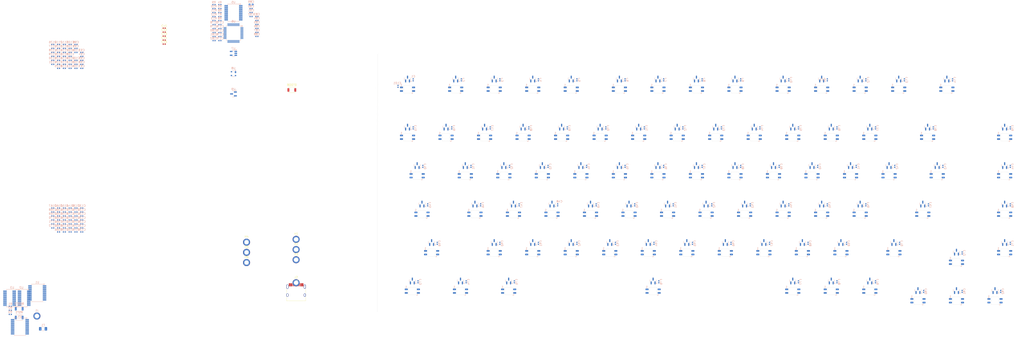
<source format=kicad_pcb>
(kicad_pcb (version 20240108) (generator "pcbnew") (generator_version "8.0")
  (layers (0 "F.Cu" signal) (31 "B.Cu" signal) (34 "B.Paste" user) (35 "F.Paste" user) (36 "B.SilkS" user "B.Silkscreen") (37 "F.SilkS" user "F.Silkscreen") (38 "B.Mask" user) (39 "F.Mask" user) (44 "Edge.Cuts" user))
  (net 0 "")
  (net 1 "+3V3")
  (net 2 "BOOT0")
  (net 3 "+5V")
  (net 4 "GND")
  (net 5 "NRST")
  (net 6 "COM")
  (net 7 "COM1")
  (net 8 "COM2")
  (net 9 "COM3")
  (net 10 "COM4")
  (net 11 "VBUS")
  (net 12 "D-")
  (net 13 "D+")
  (net 16 "LED_IN")
  (net 173 "Net-(U5-COM)")
  (net 254 "/B14")
  (net 255 "/A0")
  (net 256 "/A10")
  (net 257 "E4")
  (net 258 "S3")
  (net 259 "S0")
  (net 260 "/A9")
  (net 261 "LED0")
  (net 262 "/F0")
  (net 263 "/C15")
  (net 264 "E")
  (net 265 "S1")
  (net 266 "/F1")
  (net 267 "E2")
  (net 268 "E1")
  (net 269 "S2")
  (net 270 "/A15")
  (net 271 "E3")
  (net 272 "/B11")
  (net 273 "/C13")
  (net 274 "/C14")
  (net 275 "/B13")
  (net 276 "/B12")
  (net 277 "/B15")
  (net 278 "/B10")
  (net 297 "Net-(J3-CC2)")
  (net 298 "Net-(J3-CC1)")
  (net 307 "Net-(U1-COM)")
  (net 308 "Net-(U2-COM)")
  (net 309 "Net-(U3-COM)")
  (net 310 "Net-(U4-COM)")
  (footprint "KB_MX_Analog:MX-Analog-1U" (layer "F.Cu") (at 104.775 80.9625)
    (property "Reference" "SW33")
    (property "Value" "DRV5053")
  )
  (footprint "KB_Switch_Misc:MX-LED_WS2812B_wide" (layer "F.Cu") (at 119.0625 38.1)
    (property "Reference" "LED5" (hide yes))
    (property "Value" "WS2812B")
    (fp_rect (start -1.9 3.175) (end 1.9 6.9) (stroke (width 0.05)) (fill none) (layer "Edge.Cuts"))
  )
  (footprint "KB_MX_Analog:MX-Analog-1U" (layer "F.Cu") (at 190.5 61.9125)
    (property "Reference" "SW23")
    (property "Value" "DRV5053")
  )
  (footprint "KB_Switch_Misc:MX-LED_WS2812B_wide" (layer "F.Cu") (at 185.7375 100.0125)
    (property "Reference" "LED52" (hide yes))
    (property "Value" "WS2812B")
    (fp_rect (start -1.9 3.175) (end 1.9 6.9) (stroke (width 0.05)) (fill none) (layer "Edge.Cuts"))
  )
  (footprint "KB_MX_Analog:MX-Analog-1U" (layer "F.Cu") (at 233.3625 119.0625)
    (property "Reference" "SW68")
    (property "Value" "DRV5053")
  )
  (footprint "KB_Switch_Misc:MX-LED_WS2812B_wide" (layer "F.Cu") (at 171.45 61.9125)
    (property "Reference" "LED22" (hide yes))
    (property "Value" "WS2812B")
    (fp_rect (start -1.9 3.175) (end 1.9 6.9) (stroke (width 0.05)) (fill none) (layer "Edge.Cuts"))
  )
  (footprint "KB_Switch_Misc:MX-LED_WS2812B_wide" (layer "F.Cu") (at 233.3625 119.0625)
    (property "Reference" "LED68" (hide yes))
    (property "Value" "WS2812B")
    (fp_rect (start -1.9 3.175) (end 1.9 6.9) (stroke (width 0.05)) (fill none) (layer "Edge.Cuts"))
  )
  (footprint "KB_MX_Analog:MX-Analog-1U" (layer "F.Cu") (at 171.45 61.9125)
    (property "Reference" "SW22")
    (property "Value" "DRV5053")
  )
  (footprint "KB_MX_Analog:MX-Analog-1U" (layer "F.Cu") (at 76.2 61.9125)
    (property "Reference" "SW17")
    (property "Value" "DRV5053")
  )
  (footprint "KB_MX_Analog:MX-Analog-1U" (layer "F.Cu") (at 128.5875 100.0125)
    (property "Reference" "SW49")
    (property "Value" "DRV5053")
  )
  (footprint "KB_MX_Analog:MX-Analog-1U" (layer "F.Cu") (at 123.825 80.9625)
    (property "Reference" "SW34")
    (property "Value" "DRV5053")
  )
  (footprint "KB_MX_Analog:MX-Analog-1U" (layer "F.Cu") (at 100.0125 38.1)
    (property "Reference" "SW4")
    (property "Value" "DRV5053")
  )
  (footprint "KB_Switch_Misc:MX-LED_WS2812B_wide" (layer "F.Cu") (at 104.775 80.9625)
    (property "Reference" "LED33" (hide yes))
    (property "Value" "WS2812B")
    (fp_rect (start -1.9 3.175) (end 1.9 6.9) (stroke (width 0.05)) (fill none) (layer "Edge.Cuts"))
  )
  (footprint "KB_MX_Analog:MX-Analog-1U" (layer "F.Cu") (at 142.875 38.1)
    (property "Reference" "SW6")
    (property "Value" "DRV5053")
  )
  (footprint "KB_Switch_Misc:MX-LED_WS2812B_wide" (layer "F.Cu") (at 119.0625 119.0625)
    (property "Reference" "LED62" (hide yes))
    (property "Value" "WS2812B")
    (fp_rect (start -1.9 3.175) (end 1.9 6.9) (stroke (width 0.05)) (fill none) (layer "Edge.Cuts"))
  )
  (footprint "KB_Switch_Misc:MX-LED_WS2812B_wide" (layer "F.Cu") (at 85.725 80.9625)
    (property "Reference" "LED32" (hide yes))
    (property "Value" "WS2812B")
    (fp_rect (start -1.9 3.175) (end 1.9 6.9) (stroke (width 0.05)) (fill none) (layer "Edge.Cuts"))
  )
  (footprint "KB_MX_Analog:MX-Analog-1U" (layer "F.Cu") (at 328.6125 142.875)
    (property "Reference" "SW82")
    (property "Value" "DRV5053")
  )
  (footprint "KB_Switch_Misc:MX-LED_WS2812B_wide" (layer "F.Cu") (at 190.5 61.9125)
    (property "Reference" "LED23" (hide yes))
    (property "Value" "WS2812B")
    (fp_rect (start -1.9 3.175) (end 1.9 6.9) (stroke (width 0.05)) (fill none) (layer "Edge.Cuts"))
  )
  (footprint "KB_MX_Analog:MX-Analog-1U" (layer "F.Cu") (at 85.725 80.9625)
    (property "Reference" "SW32")
    (property "Value" "DRV5053")
  )
  (footprint "KB_Switch_Misc:MX-LED_WS2812B_wide" (layer "F.Cu") (at 333.375 61.9125)
    (property "Reference" "LED29" (hide yes))
    (property "Value" "WS2812B")
    (fp_rect (start -1.9 3.175) (end 1.9 6.9) (stroke (width 0.05)) (fill none) (layer "Edge.Cuts"))
  )
  (footprint "KB_MX_Analog:MX-Analog-1U" (layer "F.Cu") (at 152.4 61.9125)
    (property "Reference" "SW21")
    (property "Value" "DRV5053")
  )
  (footprint "KB_Switch_Misc:MX-LED_WS2812B_wide" (layer "F.Cu") (at 195.2625 119.0625)
    (property "Reference" "LED66" (hide yes))
    (property "Value" "WS2812B")
    (fp_rect (start -1.9 3.175) (end 1.9 6.9) (stroke (width 0.05)) (fill none) (layer "Edge.Cuts"))
  )
  (footprint "MountingHole:MountingHole_2.2mm_M2_ISO7380_Pad" (layer "F.Cu") (at -17 117.5)
    (property "Reference" "H1")
    (property "Value" "MountingHole")
  )
  (footprint "KB_MX_Analog:MX-Analog-1U" (layer "F.Cu") (at 333.375 119.0625)
    (property "Reference" "SW71")
    (property "Value" "DRV5053")
  )
  (footprint "KB_MX_Analog:MX-Analog-1U" (layer "F.Cu") (at 180.975 38.1)
    (property "Reference" "SW8")
    (property "Value" "DRV5053")
  )
  (footprint "KB_MX_Analog:MX-Analog-1.75U" (layer "F.Cu") (at 278.60625 119.0625)
    (property "Reference" "SW70")
    (property "Value" "DRV5053")
  )
  (footprint "KB_MX_Analog:MX-Analog-1.25U" (layer "F.Cu") (at 64.29375 138.1125)
    (property "Reference" "SW74")
    (property "Value" "DRV5053")
  )
  (footprint "KB_Switch_Misc:MX-LED_WS2812B_wide" (layer "F.Cu") (at 61.9125 38.1)
    (property "Reference" "LED2" (hide yes))
    (property "Value" "WS2812B")
    (fp_rect (start -1.9 3.175) (end 1.9 6.9) (stroke (width 0.05)) (fill none) (layer "Edge.Cuts"))
  )
  (footprint "KB_Switch_Misc:MX-LED_WS2812B_wide" (layer "F.Cu") (at 180.975 38.1)
    (property "Reference" "LED8" (hide yes))
    (property "Value" "WS2812B")
    (fp_rect (start -1.9 3.175) (end 1.9 6.9) (stroke (width 0.05)) (fill none) (layer "Edge.Cuts"))
  )
  (footprint "Capacitor_SMD:C_0402_1005Metric" (layer "F.Cu") (at -82.215 12.915)
    (property "Reference" "Cx1")
    (property "Value" "100nF")
  )
  (footprint "MountingHole:MountingHole_2.2mm_M2_ISO7380_Pad" (layer "F.Cu") (at -41.5 129)
    (property "Reference" "H6")
    (property "Value" "MountingHole")
  )
  (footprint "KB_MX_Analog:MX-Analog-1U" (layer "F.Cu") (at 38.1 38.1)
    (property "Reference" "SW1")
    (property "Value" "DRV5053")
  )
  (footprint "Capacitor_SMD:C_0402_1005Metric" (layer "F.Cu") (at -82.215 18.825)
    (property "Reference" "Cx4")
    (property "Value" "100nF")
  )
  (footprint "KB_Switch_Misc:MX-LED_WS2812B_wide" (layer "F.Cu") (at 276.225 80.9625)
    (property "Reference" "LED42" (hide yes))
    (property "Value" "WS2812B")
    (fp_rect (start -1.9 3.175) (end 1.9 6.9) (stroke (width 0.05)) (fill none) (layer "Edge.Cuts"))
  )
  (footprint "KB_Switch_Misc:MX-LED_WS2812B_wide" (layer "F.Cu") (at 200.025 38.1)
    (property "Reference" "LED9" (hide yes))
    (property "Value" "WS2812B")
    (fp_rect (start -1.9 3.175) (end 1.9 6.9) (stroke (width 0.05)) (fill none) (layer "Edge.Cuts"))
  )
  (footprint "KB_Switch_Misc:MX-LED_WS2812B_wide" (layer "F.Cu") (at 328.6125 142.875)
    (property "Reference" "LED82" (hide yes))
    (property "Value" "WS2812B")
    (fp_rect (start -1.9 3.175) (end 1.9 6.9) (stroke (width 0.05)) (fill none) (layer "Edge.Cuts"))
  )
  (footprint "KB_Switch_Misc:MX-LED_WS2812B_wide" (layer "F.Cu") (at 142.875 80.9625)
    (property "Reference" "LED35" (hide yes))
    (property "Value" "WS2812B")
    (fp_rect (start -1.9 3.175) (end 1.9 6.9) (stroke (width 0.05)) (fill none) (layer "Edge.Cuts"))
  )
  (footprint "KB_Switch_Misc:MX-LED_WS2812B_wide" (layer "F.Cu") (at 333.375 119.0625)
    (property "Reference" "LED71" (hide yes))
    (property "Value" "WS2812B")
    (fp_rect (start -1.9 3.175) (end 1.9 6.9) (stroke (width 0.05)) (fill none) (layer "Edge.Cuts"))
  )
  (footprint "KB_MX_Analog:MX-Analog-6.25U-ReversedStabilizers" (layer "F.Cu") (at 159.54375 138.1125)
    (property "Reference" "SW76")
    (property "Value" "DRV5053")
  )
  (footprint "KB_MX_Analog:MX-Analog-1U" (layer "F.Cu") (at 304.8 38.1)
    (property "Reference" "SW14")
    (property "Value" "DRV5053")
  )
  (footprint "KB_MX_Analog:MX-Analog-1.75U" (layer "F.Cu") (at 45.24375 100.0125)
    (property "Reference" "SW45")
    (property "Value" "DRV5053")
  )
  (footprint "KB_Switch_Misc:MX-LED_WS2812B_wide" (layer "F.Cu") (at 247.65 138.1125)
    (property "Reference" "LED78" (hide yes))
    (property "Value" "WS2812B")
    (fp_rect (start -1.9 3.175) (end 1.9 6.9) (stroke (width 0.05)) (fill none) (layer "Edge.Cuts"))
  )
  (footprint "KB_Switch_Misc:MX-LED_WS2812B_wide" (layer "F.Cu") (at 95.25 61.9125)
    (property "Reference" "LED18" (hide yes))
    (property "Value" "WS2812B")
    (fp_rect (start -1.9 3.175) (end 1.9 6.9) (stroke (width 0.05)) (fill none) (layer "Edge.Cuts"))
  )
  (footprint "KB_Switch_Misc:MX-LED_WS2812B_wide" (layer "F.Cu") (at 242.8875 38.1)
    (property "Reference" "LED11" (hide yes))
    (property "Value" "WS2812B")
    (fp_rect (start -1.9 3.175) (end 1.9 6.9) (stroke (width 0.05)) (fill none) (layer "Edge.Cuts"))
  )
  (footprint "Button_Switch_SMD:SW_SPST_B3U-1000P" (layer "F.Cu") (at -19.1 43.5)
    (property "Reference" "BOOT0")
    (property "Value" "SW_SPST")
  )
  (footprint "KB_MX_Analog:MX-Analog-1U" (layer "F.Cu") (at 209.55 61.9125)
    (property "Reference" "SW24")
    (property "Value" "DRV5053")
  )
  (footprint "KB_MX_Analog:MX-Analog-1U" (layer "F.Cu") (at 57.15 61.9125)
    (property "Reference" "SW16")
    (property "Value" "DRV5053")
  )
  (footprint "KB_Switch_Misc:MX-LED_WS2812B_wide" (layer "F.Cu") (at 80.9625 119.0625)
    (property "Reference" "LED60" (hide yes))
    (property "Value" "WS2812B")
    (fp_rect (start -1.9 3.175) (end 1.9 6.9) (stroke (width 0.05)) (fill none) (layer "Edge.Cuts"))
  )
  (footprint "MountingHole:MountingHole_2.2mm_M2_ISO7380_Pad" (layer "F.Cu") (at -17 139)
    (property "Reference" "J2")
    (property "Value" "Conn_01x02_Pin")
  )
  (footprint "KB_Switch_Misc:MX-LED_WS2812B_wide" (layer "F.Cu") (at 166.6875 100.0125)
    (property "Reference" "LED51" (hide yes))
    (property "Value" "WS2812B")
    (fp_rect (start -1.9 3.175) (end 1.9 6.9) (stroke (width 0.05)) (fill none) (layer "Edge.Cuts"))
  )
  (footprint "KB_MX_Analog:MX-Analog-1U" (layer "F.Cu") (at 333.375 61.9125)
    (property "Reference" "SW29")
    (property "Value" "DRV5053")
  )
  (footprint "KB_MX_Analog:MX-Analog-2U" (layer "F.Cu") (at 295.275 61.9125)
    (property "Reference" "SW28")
    (property "Value" "DRV5053")
  )
  (footprint "KB_Switch_Misc:MX-LED_WS2812B_wide" (layer "F.Cu") (at 223.8375 38.1)
    (property "Reference" "LED10" (hide yes))
    (property "Value" "WS2812B")
    (fp_rect (start -1.9 3.175) (end 1.9 6.9) (stroke (width 0.05)) (fill none) (layer "Edge.Cuts"))
  )
  (footprint "KB_MX_Analog:MX-Analog-1U" (layer "F.Cu") (at 266.7 138.1125)
    (property "Reference" "SW79")
    (property "Value" "DRV5053")
  )
  (footprint "KB_MX_Analog:MX-Analog-1U" (layer "F.Cu") (at 71.4375 100.0125)
    (property "Reference" "SW46")
    (property "Value" "DRV5053")
  )
  (footprint "KB_Switch_Misc:MX-LED_WS2812B_wide" (layer "F.Cu") (at 45.24375 100.0125)
    (property "Reference" "LED45" (hide yes))
    (property "Value" "WS2812B")
    (fp_rect (start -1.9 3.175) (end 1.9 6.9) (stroke (width 0.05)) (fill none) (layer "Edge.Cuts"))
  )
  (footprint "KB_MX_Analog:MX-Analog-1U" (layer "F.Cu") (at 261.9375 38.1)
    (property "Reference" "SW12")
    (property "Value" "DRV5053")
  )
  (footprint "KB_MX_Analog:MX-Analog-1U" (layer "F.Cu") (at 80.9625 119.0625)
    (property "Reference" "SW60")
    (property "Value" "DRV5053")
  )
  (footprint "KB_MX_Analog:MX-Analog-1U" (layer "F.Cu") (at 157.1625 119.0625)
    (property "Reference" "SW64")
    (property "Value" "DRV5053")
  )
  (footprint "KB_Switch_Misc:MX-LED_WS2812B_wide" (layer "F.Cu") (at 50.00625 119.0625)
    (property "Reference" "LED59" (hide yes))
    (property "Value" "WS2812B")
    (fp_rect (start -1.9 3.175) (end 1.9 6.9) (stroke (width 0.05)) (fill none) (layer "Edge.Cuts"))
  )
  (footprint "KB_Switch_Misc:MX-LED_WS2812B_wide" (layer "F.Cu") (at 280.9875 38.1)
    (property "Reference" "LED13" (hide yes))
    (property "Value" "WS2812B")
    (fp_rect (start -1.9 3.175) (end 1.9 6.9) (stroke (width 0.05)) (fill none) (layer "Edge.Cuts"))
  )
  (footprint "KB_MX_Analog:MX-Analog-1U" (layer "F.Cu") (at 161.925 80.9625)
    (property "Reference" "SW36")
    (property "Value" "DRV5053")
  )
  (footprint "KB_Switch_Misc:MX-LED_WS2812B_wide" (layer "F.Cu") (at 214.3125 119.0625)
    (property "Reference" "LED67" (hide yes))
    (property "Value" "WS2812B")
    (fp_rect (start -1.9 3.175) (end 1.9 6.9) (stroke (width 0.05)) (fill none) (layer "Edge.Cuts"))
  )
  (footprint "KB_Switch_Misc:MX-LED_WS2812B_wide" (layer "F.Cu") (at 309.5625 123.825)
    (property "Reference" "LED72" (hide yes))
    (property "Value" "WS2812B")
    (fp_rect (start -1.9 3.175) (end 1.9 6.9) (stroke (width 0.05)) (fill none) (layer "Edge.Cuts"))
  )
  (footprint "KB_Switch_Misc:MX-LED_WS2812B_wide" (layer "F.Cu") (at 309.5625 142.875)
    (property "Reference" "LED81" (hide yes))
    (property "Value" "WS2812B")
    (fp_rect (start -1.9 3.175) (end 1.9 6.9) (stroke (width 0.05)) (fill none) (layer "Edge.Cuts"))
  )
  (footprint "MountingHole:MountingHole_2.2mm_M2_ISO7380_Pad" (layer "F.Cu") (at -41.5 123.95)
    (property "Reference" "H5")
    (property "Value" "MountingHole")
  )
  (footprint "KB_MX_Analog:MX-Analog-1U" (layer "F.Cu") (at 119.0625 119.0625)
    (property "Reference" "SW62")
    (property "Value" "DRV5053")
  )
  (footprint "KB_Switch_Misc:MX-LED_WS2812B_wide" (layer "F.Cu") (at 76.2 61.9125)
    (property "Reference" "LED17" (hide yes))
    (property "Value" "WS2812B")
    (fp_rect (start -1.9 3.175) (end 1.9 6.9) (stroke (width 0.05)) (fill none) (layer "Edge.Cuts"))
  )
  (footprint "KB_Switch_Misc:MX-LED_WS2812B_wide" (layer "F.Cu") (at 290.5125 142.875)
    (property "Reference" "LED80" (hide yes))
    (property "Value" "WS2812B")
    (fp_rect (start -1.9 3.175) (end 1.9 6.9) (stroke (width 0.05)) (fill none) (layer "Edge.Cuts"))
  )
  (footprint "KB_Switch_Misc:MX-LED_WS2812B_wide" (layer "F.Cu") (at 66.675 80.9625)
    (property "Reference" "LED31" (hide yes))
    (property "Value" "WS2812B")
    (fp_rect (start -1.9 3.175) (end 1.9 6.9) (stroke (width 0.05)) (fill none) (layer "Edge.Cuts"))
  )
  (footprint "KB_MX_Analog:MX-Analog-1U" (layer "F.Cu") (at 133.35 61.9125)
    (property "Reference" "SW20")
    (property "Value" "DRV5053")
  )
  (footprint "KB_MX_Analog:MX-Analog-1U" (layer "F.Cu") (at 333.375 80.9625)
    (property "Reference" "SW44")
    (property "Value" "DRV5053")
  )
  (footprint "KB_MX_Analog:MX-Analog-1U" (layer "F.Cu") (at 114.3 61.9125)
    (property "Reference" "SW19")
    (property "Value" "DRV5053")
  )
  (footprint "KB_Switch_Misc:MX-LED_WS2812B_wide" (layer "F.Cu") (at 333.375 100.0125)
    (property "Reference" "LED58" (hide yes))
    (property "Value" "WS2812B")
    (fp_rect (start -1.9 3.175) (end 1.9 6.9) (stroke (width 0.05)) (fill none) (layer "Edge.Cuts"))
  )
  (footprint "Capacitor_SMD:C_0402_1005Metric" (layer "F.Cu") (at -82.215 20.795)
    (property "Reference" "Cx5")
    (property "Value" "100nF")
  )
  (footprint "KB_Switch_Misc:MX-LED_WS2812B_wide" (layer "F.Cu") (at 161.925 38.1)
    (property "Reference" "LED7" (hide yes))
    (property "Value" "WS2812B")
    (fp_rect (start -1.9 3.175) (end 1.9 6.9) (stroke (width 0.05)) (fill none) (layer "Edge.Cuts"))
  )
  (footprint "KB_Switch_Misc:MX-LED_WS2812B_wide" (layer "F.Cu") (at 278.60625 119.0625)
    (property "Reference" "LED70" (hide yes))
    (property "Value" "WS2812B")
    (fp_rect (start -1.9 3.175) (end 1.9 6.9) (stroke (width 0.05)) (fill none) (layer "Edge.Cuts"))
  )
  (footprint "KB_MX_Analog:MX-Analog-1U" (layer "F.Cu") (at 166.6875 100.0125)
    (property "Reference" "SW51")
    (property "Value" "DRV5053")
  )
  (footprint "KB_Switch_Misc:MX-LED_WS2812B_wide" (layer "F.Cu") (at 304.8 38.1)
    (property "Reference" "LED14" (hide yes))
    (property "Value" "WS2812B")
    (fp_rect (start -1.9 3.175) (end 1.9 6.9) (stroke (width 0.05)) (fill none) (layer "Edge.Cuts"))
  )
  (footprint "KB_MX_Analog:MX-Analog-1U" (layer "F.Cu") (at 309.5625 142.875)
    (property "Reference" "SW81")
    (property "Value" "DRV5053")
  )
  (footprint "KB_Switch_Misc:MX-LED_WS2812B_wide" (layer "F.Cu") (at 157.1625 119.0625)
    (property "Reference" "LED64" (hide yes))
    (property "Value" "WS2812B")
    (fp_rect (start -1.9 3.175) (end 1.9 6.9) (stroke (width 0.05)) (fill none) (layer "Edge.Cuts"))
  )
  (footprint "KB_Switch_Misc:MX-LED_WS2812B_wide" (layer "F.Cu") (at 38.1 38.1)
    (property "Reference" "LED1" (hide yes))
    (property "Value" "WS2812B")
    (fp_rect (start -1.9 3.175) (end 1.9 6.9) (stroke (width 0.05)) (fill none) (layer "Edge.Cuts"))
  )
  (footprint "KB_Switch_Misc:MX-LED_WS2812B_wide" (layer "F.Cu") (at 266.7 138.1125)
    (property "Reference" "LED79" (hide yes))
    (property "Value" "WS2812B")
    (fp_rect (start -1.9 3.175) (end 1.9 6.9) (stroke (width 0.05)) (fill none) (layer "Edge.Cuts"))
  )
  (footprint "KB_Switch_Misc:MX-LED_WS2812B_wide" (layer "F.Cu") (at 123.825 80.9625)
    (property "Reference" "LED34" (hide yes))
    (property "Value" "WS2812B")
    (fp_rect (start -1.9 3.175) (end 1.9 6.9) (stroke (width 0.05)) (fill none) (layer "Edge.Cuts"))
  )
  (footprint "Capacitor_SMD:C_0402_1005Metric" (layer "F.Cu") (at -82.215 16.855)
    (property "Reference" "Cx3")
    (property "Value" "100nF")
  )
  (footprint "KB_Switch_Misc:MX-LED_WS2812B_wide" (layer "F.Cu") (at 333.375 80.9625)
    (property "Reference" "LED44" (hide yes))
    (property "Value" "WS2812B")
    (fp_rect (start -1.9 3.175) (end 1.9 6.9) (stroke (width 0.05)) (fill none) (layer "Edge.Cuts"))
  )
  (footprint "KB_MX_Analog:MX-Analog-1U" (layer "F.Cu") (at 204.7875 100.0125)
    (property "Reference" "SW53")
    (property "Value" "DRV5053")
  )
  (footprint "KB_Switch_Misc:MX-LED_WS2812B_wide" (layer "F.Cu") (at 266.7 61.9125)
    (property "Reference" "LED27" (hide yes))
    (property "Value" "WS2812B")
    (fp_rect (start -1.9 3.175) (end 1.9 6.9) (stroke (width 0.05)) (fill none) (layer "Edge.Cuts"))
  )
  (footprint "KB_Switch_Misc:MX-LED_WS2812B_wide" (layer "F.Cu") (at 257.175 80.9625)
    (property "Reference" "LED41" (hide yes))
    (property "Value" "WS2812B")
    (fp_rect (start -1.9 3.175) (end 1.9 6.9) (stroke (width 0.05)) (fill none) (layer "Edge.Cuts"))
  )
  (footprint "KB_Switch_Misc:MX-LED_WS2812B_wide" (layer "F.Cu") (at 228.6 138.1125)
    (property "Reference" "LED77" (hide yes))
    (property "Value" "WS2812B")
    (fp_rect (start -1.9 3.175) (end 1.9 6.9) (stroke (width 0.05)) (fill none) (layer "Edge.Cuts"))
  )
  (footprint "KB_MX_Analog:MX-Analog-1U" (layer "F.Cu") (at 100.0125 119.0625)
    (property "Reference" "SW61")
    (property "Value" "DRV5053")
  )
  (footprint "KB_MX_Analog:MX-Analog-1U" (layer "F.Cu") (at 185.7375 100.0125)
    (property "Reference" "SW52")
    (property "Value" "DRV5053")
  )
  (footprint "KB_Switch_Misc:MX-LED_WS2812B_wide" (layer "F.Cu") (at 42.8625 80.9625)
    (property "Reference" "LED30" (hide yes))
    (property "Value" "WS2812B")
    (fp_rect (start -1.9 3.175) (end 1.9 6.9) (stroke (width 0.05)) (fill none) (layer "Edge.Cuts"))
  )
  (footprint "KB_MX_Analog:MX-Analog-1U" (layer "F.Cu") (at 176.2125 119.0625)
    (property "Reference" "SW65")
    (property "Value" "DRV5053")
  )
  (footprint "KB_Switch_Misc:MX-LED_WS2812B_wide" (layer "F.Cu") (at 128.5875 100.0125)
    (property "Reference" "LED49" (hide yes))
    (property "Value" "WS2812B")
    (fp_rect (start -1.9 3.175) (end 1.9 6.9) (stroke (width 0.05)) (fill none) (layer "Edge.Cuts"))
  )
  (footprint "KB_MX_Analog:MX-Analog-1U" (layer "F.Cu") (at 200.025 38.1)
    (property "Reference" "SW9")
    (property "Value" "DRV5053")
  )
  (footprint "KB_Switch_Misc:MX-LED_WS2812B_wide" (layer "F.Cu") (at 252.4125 119.0625)
    (property "Reference" "LED69" (hide yes))
    (property "Value" "WS2812B")
    (fp_rect (start -1.9 3.175) (end 1.9 6.9) (stroke (width 0.05)) (fill none) (layer "Edge.Cuts"))
  )
  (footprint "KB_MX_Analog:MX-Analog-1U" (layer "F.Cu") (at 214.3125 119.0625)
    (property "Reference" "SW67")
    (property "Value" "DRV5053")
  )
  (footprint "KB_MX_Analog:MX-Analog-1U" (layer "F.Cu") (at 261.9375 100.0125)
    (property "Reference" "SW56")
    (property "Value" "DRV5053")
  )
  (footprint "KB_MX_Analog:MX-Analog-1U" (layer "F.Cu") (at 252.4125 119.0625)
    (property "Reference" "SW69")
    (property "Value" "DRV5053")
  )
  (footprint "KB_MX_Analog:MX-Analog-1U" (layer "F.Cu") (at 80.9625 38.1)
    (property "Reference" "SW3")
    (property "Value" "DRV5053")
  )
  (footprint "KB_MX_Analog:MX-Analog-1.5U" (layer "F.Cu") (at 42.8625 80.9625)
    (property "Reference" "SW30")
    (property "Value" "DRV5053")
  )
  (footprint "KB_Switch_Misc:MX-LED_WS2812B_wide" (layer "F.Cu") (at 180.975 80.9625)
    (property "Reference" "LED37" (hide yes))
    (property "Value" "WS2812B")
    (fp_rect (start -1.9 3.175) (end 1.9 6.9) (stroke (width 0.05)) (fill none) (layer "Edge.Cuts"))
  )
  (footprint "KB_MX_Analog:MX-Analog-1U" (layer "F.Cu") (at 223.8375 100.0125)
    (property "Reference" "SW54")
    (property "Value" "DRV5053")
  )
  (footprint "KB_MX_Analog:MX-Analog-1U" (layer "F.Cu") (at 238.125 80.9625)
    (property "Reference" "SW40")
    (property "Value" "DRV5053")
  )
  (footprint "KB_MX_Analog:MX-Analog-1.25U" (layer "F.Cu") (at 40.48125 138.1125)
    (property "Reference" "SW73")
    (property "Value" "DRV5053")
  )
  (footprint "KB_MX_Analog:MX-Analog-1U" (layer "F.Cu") (at 228.6 61.9125)
    (property "Reference" "SW25")
    (property "Value" "DRV5053")
  )
  (footprint "KB_MX_Analog:MX-Analog-1U" (layer "F.Cu") (at 195.2625 119.0625)
    (property "Reference" "SW66")
    (property "Value" "DRV5053")
  )
  (footprint "KB_Switch_Misc:MX-LED_WS2812B_wide" (layer "F.Cu") (at 159.54375 138.1125)
    (property "Reference" "LED76" (hide yes))
    (property "Value" "WS2812B")
    (fp_rect (start -1.9 3.175) (end 1.9 6.9) (stroke (width 0.05)) (fill none) (layer "Edge.Cuts"))
  )
  (footprint "KB_MX_Analog:MX-Analog-1U" (layer "F.Cu") (at 38.1 61.9125)
    (property "Reference" "SW15")
    (property "Value" "DRV5053")
  )
  (footprint "KB_Switch_Misc:MX-LED_WS2812B_wide" (layer "F.Cu") (at 200.025 80.9625)
    (property "Reference" "LED38" (hide yes))
    (property "Value" "WS2812B")
    (fp_rect (start -1.9 3.175) (end 1.9 6.9) (stroke (width 0.05)) (fill none) (layer "Edge.Cuts"))
  )
  (footprint "KB_Switch_Misc:MX-LED_WS2812B_wide" (layer "F.Cu") (at 100.0125 119.0625)
    (property "Reference" "LED61" (hide yes))
    (property "Value" "WS2812B")
    (fp_rect (start -1.9 3.175) (end 1.9 6.9) (stroke (width 0.05)) (fill none) (layer "Edge.Cuts"))
  )
  (footprint "KB_MX_Analog:MX-Analog-1U" (layer "F.Cu") (at 247.65 138.1125)
    (property "Reference" "SW78")
    (property "Value" "DRV5053")
  )
  (footprint "KB_Switch_Misc:MX-LED_WS2812B_wide" (layer "F.Cu") (at 228.6 61.9125)
    (property "Reference" "LED25" (hide yes))
    (property "Value" "WS2812B")
    (fp_rect (start -1.9 3.175) (end 1.9 6.9) (stroke (width 0.05)) (fill none) (layer "Edge.Cuts"))
  )
  (footprint "KB_MX_Analog:MX-Analog-1U" (layer "F.Cu") (at 142.875 80.9625)
    (property "Reference" "SW35")
    (property "Value" "DRV5053")
  )
  (footprint "KB_MX_Analog:MX-Analog-1U" (layer "F.Cu") (at 119.0625 38.1)
    (property "Reference" "SW5")
    (property "Value" "DRV5053")
  )
  (footprint "MountingHole:MountingHole_2.2mm_M2_ISO7380_Pad" (layer "F.Cu") (at -17 127.6)
    (property "Reference" "H3")
    (property "Value" "MountingHole")
  )
  (footprint "KB_Switch_Misc:MX-LED_WS2812B_wide" (layer "F.Cu") (at 261.9375 100.0125)
    (property "Reference" "LED56" (hide yes))
    (property "Value" "WS2812B")
    (fp_rect (start -1.9 3.175) (end 1.9 6.9) (stroke (width 0.05)) (fill none) (layer "Edge.Cuts"))
  )
  (footprint "KB_Switch_Misc:MX-LED_WS2812B_wide" (layer "F.Cu") (at 109.5375 100.0125)
    (property "Reference" "LED48" (hide yes))
    (property "Value" "WS2812B")
    (fp_rect (start -1.9 3.175) (end 1.9 6.9) (stroke (width 0.05)) (fill none) (layer "Edge.Cuts"))
  )
  (footprint "KB_MX_Analog:MX-Analog-1U" (layer "F.Cu") (at 138.1125 119.0625)
    (property "Reference" "SW63")
    (property "Value" "DRV5053")
  )
  (footprint "KB_Switch_Misc:MX-LED_WS2812B_wide" (layer "F.Cu") (at 114.3 61.9125)
    (property "Reference" "LED19" (hide yes))
    (property "Value" "WS2812B")
    (fp_rect (start -1.9 3.175) (end 1.9 6.9) (stroke (width 0.05)) (fill none) (layer "Edge.Cuts"))
  )
  (footprint "KB_MX_Analog:MX-Analog-1U" (layer "F.Cu") (at 228.6 138.1125)
    (property "Reference" "SW77")
    (property "Value" "DRV5053")
  )
  (footprint "KB_MX_Analog:MX-Analog-1U" (layer "F.Cu") (at 66.675 80.9625)
    (property "Reference" "SW31")
    (property "Value" "DRV5053")
  )
  (footprint "KB_Switch_Misc:MX-LED_WS2812B_wide" (layer "F.Cu") (at 40.48125 138.1125)
    (property "Reference" "LED73" (hide yes))
    (property "Value" "WS2812B")
    (fp_rect (start -1.9 3.175) (end 1.9 6.9) (stroke (width 0.05)) (fill none) (layer "Edge.Cuts"))
  )
  (footprint "KB_Switch_Misc:MX-LED_WS2812B_wide" (layer "F.Cu") (at 80.9625 38.1)
    (property "Reference" "LED3" (hide yes))
    (property "Value" "WS2812B")
    (fp_rect (start -1.9 3.175) (end 1.9 6.9) (stroke (width 0.05)) (fill none) (layer "Edge.Cuts"))
  )
  (footprint "KB_Switch_Misc:MX-LED_WS2812B_wide" (layer "F.Cu") (at 152.4 61.9125)
    (property "Reference" "LED21" (hide yes))
    (property "Value" "WS2812B")
    (fp_rect (start -1.9 3.175) (end 1.9 6.9) (stroke (width 0.05)) (fill none) (layer "Edge.Cuts"))
  )
  (footprint "KB_Switch_Misc:MX-LED_WS2812B_wide" (layer "F.Cu") (at 90.4875 100.0125)
    (property "Reference" "LED47" (hide yes))
    (property "Value" "WS2812B")
    (fp_rect (start -1.9 3.175) (end 1.9 6.9) (stroke (width 0.05)) (fill none) (layer "Edge.Cuts"))
  )
  (footprint "KB_Switch_Misc:MX-LED_WS2812B_wide" (layer "F.Cu") (at 209.55 61.9125)
    (property "Reference" "LED24" (hide yes))
    (property "Value" "WS2812B")
    (fp_rect (start -1.9 3.175) (end 1.9 6.9) (stroke (width 0.05)) (fill none) (layer "Edge.Cuts"))
  )
  (footprint "KB_MX_Analog:MX-Analog-1U" (layer "F.Cu") (at 219.075 80.9625)
    (property "Reference" "SW39")
    (property "Value" "DRV5053")
  )
  (footprint "KB_Switch_Misc:MX-LED_WS2812B_wide" (layer "F.Cu") (at 38.1 61.9125)
    (property "Reference" "LED15" (hide yes))
    (property "Value" "WS2812B")
    (fp_rect (start -1.9 3.175) (end 1.9 6.9) (stroke (width 0.05)) (fill none) (layer "Edge.Cuts"))
  )
  (footprint "MountingHole:MountingHole_2.2mm_M2_ISO7380_Pad" (layer "F.Cu") (at -17 122.55)
    (property "Reference" "H2")
    (property "Value" "MountingHole")
  )
  (footprint "KB_Switch_Misc:MX-LED_WS2812B_wide" (layer "F.Cu") (at 261.9375 38.1)
    (property "Reference" "LED12" (hide yes))
    (property "Value" "WS2812B")
    (fp_rect (start -1.9 3.175) (end 1.9 6.9) (stroke (width 0.05)) (fill none) (layer "Edge.Cuts"))
  )
  (footprint "KB_Switch_Misc:MX-LED_WS2812B_wide" (layer "F.Cu") (at 295.275 61.9125)
    (property "Reference" "LED28" (hide yes))
    (property "Value" "WS2812B")
    (fp_rect (start -1.9 3.175) (end 1.9 6.9) (stroke (width 0.05)) (fill none) (layer "Edge.Cuts"))
  )
  (footprint "KB_MX_Analog:MX-Analog-1U" (layer "F.Cu") (at 200.025 80.9625)
    (property "Reference" "SW38")
    (property "Value" "DRV5053")
  )
  (footprint "KB_Switch_Misc:MX-LED_WS2812B_wide" (layer "F.Cu") (at 57.15 61.9125)
    (property "Reference" "LED16" (hide yes))
    (property "Value" "WS2812B")
    (fp_rect (start -1.9 3.175) (end 1.9 6.9) (stroke (width 0.05)) (fill none) (layer "Edge.Cuts"))
  )
  (footprint "KB_MX_Analog:MX-Analog-1U" (layer "F.Cu") (at 280.9875 38.1)
    (property "Reference" "SW13")
    (property "Value" "DRV5053")
  )
  (footprint "KB_Switch_Misc:MX-LED_WS2812B_wide" (layer "F.Cu") (at 138.1125 119.0625)
    (property "Reference" "LED63" (hide yes))
    (property "Value" "WS2812B")
    (fp_rect (start -1.9 3.175) (end 1.9 6.9) (stroke (width 0.05)) (fill none) (layer "Edge.Cuts"))
  )
  (footprint "Capacitor_SMD:C_0402_1005Metric" (layer "F.Cu") (at -82.215 14.885)
    (property "Reference" "Cx2")
    (property "Value" "100nF")
  )
  (footprint "KB_Switch_Misc:MX-LED_WS2812B_wide" (layer "F.Cu") (at 300.0375 80.9625)
    (property "Reference" "LED43" (hide yes))
    (property "Value" "WS2812B")
    (fp_rect (start -1.9 3.175) (end 1.9 6.9) (stroke (width 0.05)) (fill none) (layer "Edge.Cuts"))
  )
  (footprint "KB_MX_Analog:MX-Analog-2.25U" (layer "F.Cu") (at 50.00625 119.0625)
    (property "Reference" "SW59")
    (property "Value" "DRV5053")
  )
  (footprint "KB_Switch_Misc:MX-LED_WS2812B_wide" (layer "F.Cu") (at 292.89375 100.0125)
    (property "Reference" "LED57" (hide yes))
    (property "Value" "WS2812B")
    (fp_rect (start -1.9 3.175) (end 1.9 6.9) (stroke (width 0.05)) (fill none) (layer "Edge.Cuts"))
  )
  (footprint "KB_MX_Analog:MX-Analog-1U" (layer "F.Cu") (at 257.175 80.9625)
    (property "Reference" "SW41")
    (property "Value" "DRV5053")
  )
  (footprint "KB_Switch_Misc:MX-LED_WS2812B_wide" (layer "F.Cu") (at 161.925 80.9625)
    (property "Reference" "LED36" (hide yes))
    (property "Value" "WS2812B")
    (fp_rect (start -1.9 3.175) (end 1.9 6.9) (stroke (width 0.05)) (fill none) (layer "Edge.Cuts"))
  )
  (footprint "KB_MX_Analog:MX-Analog-2.25U" (layer "F.Cu") (at 292.89375 100.0125)
    (property "Reference" "SW57")
    (property "Value" "DRV5053")
  )
  (footprint "KB_MX_Analog:MX-Analog-1U" (layer "F.Cu") (at 147.6375 100.0125)
    (property "Reference" "SW50")
    (property "Value" "DRV5053")
  )
  (footprint "KB_Switch_Misc:MX-LED_WS2812B_wide" (layer "F.Cu") (at 71.4375 100.0125)
    (property "Reference" "LED46" (hide yes))
    (property "Value" "WS2812B")
    (fp_rect (start -1.9 3.175) (end 1.9 6.9) (stroke (width 0.05)) (fill none) (layer "Edge.Cuts"))
  )
  (footprint "KB_MX_Analog:MX-Analog-1U" (layer "F.Cu") (at 276.225 80.9625)
    (property "Reference" "SW42")
    (property "Value" "DRV5053")
  )
  (footprint "KB_Switch_Misc:MX-LED_WS2812B_wide" (layer "F.Cu") (at 142.875 38.1)
    (property "Reference" "LED6" (hide yes))
    (property "Value" "WS2812B")
    (fp_rect (start -1.9 3.175) (end 1.9 6.9) (stroke (width 0.05)) (fill none) (layer "Edge.Cuts"))
  )
  (footprint "KB_Switch_Misc:MX-LED_WS2812B_wide" (layer "F.Cu") (at 238.125 80.9625)
    (property "Reference" "LED40" (hide yes))
    (property "Value" "WS2812B")
    (fp_rect (start -1.9 3.175) (end 1.9 6.9) (stroke (width 0.05)) (fill none) (layer "Edge.Cuts"))
  )
  (footprint "KB_Switch_Misc:MX-LED_WS2812B_wide" (layer "F.Cu") (at 242.8875 100.0125)
    (property "Reference" "LED55" (hide yes))
    (property "Value" "WS2812B")
    (fp_rect (start -1.9 3.175) (end 1.9 6.9) (stroke (width 0.05)) (fill none) (layer "Edge.Cuts"))
  )
  (footprint "KB_Switch_Misc:MX-LED_WS2812B_wide" (layer "F.Cu") (at 64.29375 138.1125)
    (property "Reference" "LED74" (hide yes))
    (property "Value" "WS2812B")
    (fp_rect (start -1.9 3.175) (end 1.9 6.9) (stroke (width 0.05)) (fill none) (layer "Edge.Cuts"))
  )
  (footprint "KB_MX_Analog:MX-Analog-1.25U" (layer "F.Cu") (at 88.10625 138.1125)
    (property "Reference" "SW75")
    (property "Value" "DRV5053")
  )
  (footprint "KB_MX_Analog:MX-Analog-1U" (layer "F.Cu") (at 242.8875 38.1)
    (property "Reference" "SW11")
    (property "Value" "DRV5053")
  )
  (footprint "KB_MX_Analog:MX-Analog-1U" (layer "F.Cu") (at 90.4875 100.0125)
    (property "Reference" "SW47")
    (property "Value" "DRV5053")
  )
  (footprint "KB_MX_Analog:MX-Analog-1U" (layer "F.Cu") (at 180.975 80.9625)
    (property "Reference" "SW37")
    (property "Value" "DRV5053")
  )
  (footprint "KB_Switch_Misc:MX-LED_WS2812B_wide" (layer "F.Cu") (at 219.075 80.9625)
    (property "Reference" "LED39" (hide yes))
    (property "Value" "WS2812B")
    (fp_rect (start -1.9 3.175) (end 1.9 6.9) (stroke (width 0.05)) (fill none) (layer "Edge.Cuts"))
  )
  (footprint "KB_MX_Analog:MX-Analog-1U" (layer "F.Cu") (at 109.5375 100.0125)
    (property "Reference" "SW48")
    (property "Value" "DRV5053")
  )
  (footprint "KB_MX_Analog:MX-Analog-1U" (layer "F.Cu") (at 61.9125 38.1)
    (property "Reference" "SW2")
    (property "Value" "DRV5053")
  )
  (footprint "KB_Switch_Misc:MX-LED_WS2812B_wide" (layer "F.Cu") (at 147.6375 100.0125)
    (property "Reference" "LED50" (hide yes))
    (property "Value" "WS2812B")
    (fp_rect (start -1.9 3.175) (end 1.9 6.9) (stroke (width 0.05)) (fill none) (layer "Edge.Cuts"))
  )
  (footprint "KB_MX_Analog:MX-Analog-1U" (layer "F.Cu") (at 290.5125 142.875)
    (property "Reference" "SW80")
    (property "Value" "DRV5053")
  )
  (footprint "KB_Switch_Misc:MX-LED_WS2812B_wide" (layer "F.Cu") (at 133.35 61.9125)
    (property "Reference" "LED20" (hide yes))
    (property "Value" "WS2812B")
    (fp_rect (start -1.9 3.175) (end 1.9 6.9) (stroke (width 0.05)) (fill none) (layer "Edge.Cuts"))
  )
  (footprint "KB_MX_Analog:MX-Analog-1U" (layer "F.Cu") (at 161.925 38.1)
    (property "Reference" "SW7")
    (property "Value" "DRV5053")
  )
  (footprint "Connector_USB:USB_C_Receptacle_HRO_TYPE-C-31-M-12" (layer "F.Cu") (at -17 144.05)
    (property "Reference" "J3")
    (property "Value" "USB_C_Receptacle_USB2.0")
  )
  (footprint "KB_MX_Analog:MX-Analog-1U" (layer "F.Cu") (at 223.8375 38.1)
    (property "Reference" "SW10")
    (property "Value" "DRV5053")
  )
  (footprint "KB_Switch_Misc:MX-LED_WS2812B_wide" (layer "F.Cu") (at 88.10625 138.1125)
    (property "Reference" "LED75" (hide yes))
    (property "Value" "WS2812B")
    (fp_rect (start -1.9 3.175) (end 1.9 6.9) (stroke (width 0.05)) (fill none) (layer "Edge.Cuts"))
  )
  (footprint "KB_MX_Analog:MX-Analog-1U" (layer "F.Cu") (at 309.5625 123.825)
    (property "Reference" "SW72")
    (property "Value" "DRV5053")
  )
  (footprint "KB_Switch_Misc:MX-LED_WS2812B_wide" (layer "F.Cu") (at 100.0125 38.1)
    (property "Reference" "LED4" (hide yes))
    (property "Value" "WS2812B")
    (fp_rect (start -1.9 3.175) (end 1.9 6.9) (stroke (width 0.05)) (fill none) (layer "Edge.Cuts"))
  )
  (footprint "KB_Switch_Misc:MX-LED_WS2812B_wide" (layer "F.Cu") (at 247.65 61.9125)
    (property "Reference" "LED26" (hide yes))
    (property "Value" "WS2812B")
    (fp_rect (start -1.9 3.175) (end 1.9 6.9) (stroke (width 0.05)) (fill none) (layer "Edge.Cuts"))
  )
  (footprint "MountingHole:MountingHole_2.2mm_M2_ISO7380_Pad" (layer "F.Cu") (at -41.5 118.9)
    (property "Reference" "H4")
    (property "Value" "MountingHole")
  )
  (footprint "KB_Switch_Misc:MX-LED_WS2812B_wide" (layer "F.Cu") (at 176.2125 119.0625)
    (property "Reference" "LED65" (hide yes))
    (property "Value" "WS2812B")
    (fp_rect (start -1.9 3.175) (end 1.9 6.9) (stroke (width 0.05)) (fill none) (layer "Edge.Cuts"))
  )
  (footprint "KB_MX_Analog:MX-Analog-1U" (layer "F.Cu") (at 266.7 61.9125)
    (property "Reference" "SW27")
    (property "Value" "DRV5053")
  )
  (footprint "KB_Switch_Misc:MX-LED_WS2812B_wide" (layer "F.Cu") (at 204.7875 100.0125)
    (property "Reference" "LED53" (hide yes))
    (property "Value" "WS2812B")
    (fp_rect (start -1.9 3.175) (end 1.9 6.9) (stroke (width 0.05)) (fill none) (layer "Edge.Cuts"))
  )
  (footprint "KB_MX_Analog:MX-Analog-1U" (layer "F.Cu") (at 95.25 61.9125)
    (property "Reference" "SW18")
    (property "Value" "DRV5053")
  )
  (footprint "KB_MX_Analog:MX-Analog-1U" (layer "F.Cu") (at 242.8875 100.0125)
    (property "Reference" "SW55")
    (property "Value" "DRV5053")
  )
  (footprint "KB_MX_Analog:MX-Analog-1U" (layer "F.Cu") (at 247.65 61.9125)
    (property "Reference" "SW26")
    (property "Value" "DRV5053")
  )
  (footprint "KB_Switch_Misc:MX-LED_WS2812B_wide" (layer "F.Cu") (at 223.8375 100.0125)
    (property "Reference" "LED54" (hide yes))
    (property "Value" "WS2812B")
    (fp_rect (start -1.9 3.175) (end 1.9 6.9) (stroke (width 0.05)) (fill none) (layer "Edge.Cuts"))
  )
  (footprint "KB_MX_Analog:MX-Analog-1.5U" (layer "F.Cu") (at 300.0375 80.9625)
    (property "Reference" "SW43")
    (property "Value" "DRV5053")
  )
  (footprint "KB_MX_Analog:MX-Analog-1U" (layer "F.Cu") (at 333.375 100.0125)
    (property "Reference" "SW58")
    (property "Value" "DRV5053")
  )
  (footprint "Capacitor_SMD:C_0402_1005Metric" (layer "B.Cu") (at -128.7289 109.8861 180)
    (property "Reference" "C150")
    (property "Value" "100n")
  )
  (footprint "Capacitor_SMD:C_0402_1005Metric" (layer "B.Cu") (at 226.6375 100.4125 90)
    (property "Reference" "C54")
    (property "Value" "0,1u")
  )
  (footprint "Capacitor_SMD:C_0402_1005Metric" (layer "B.Cu") (at -128.7289 24.9261 180)
    (property "Reference" "C107")
    (property "Value" "100n")
  )
  (footprint "Capacitor_SMD:C_0402_1005Metric" (layer "B.Cu") (at -39.2589 7.1461 180)
    (property "Reference" "C92")
    (property "Value" "100nF")
  )
  (footprint "Package_SO:SSOP-24_5.3x8.2mm_P0.65mm" (layer "B.Cu") (at -153.59 160.775 180)
    (property "Reference" "U4")
    (property "Value" "CD74HC4067SM")
  )
  (footprint "Capacitor_SMD:C_0402_1005Metric" (layer "B.Cu") (at 59.95 62.3125 90)
    (property "Reference" "C16")
    (property "Value" "0,1u")
  )
  (footprint "Capacitor_SMD:C_0402_1005Metric" (layer "B.Cu") (at -131.5989 26.8961 180)
    (property "Reference" "C115")
    (property "Value" "100n")
  )
  (footprint "Capacitor_SMD:C_0402_1005Metric" (layer "B.Cu") (at 159.9625 119.4625 90)
    (property "Reference" "C64")
    (property "Value" "0,1u")
  )
  (footprint "Capacitor_SMD:C_0402_1005Metric" (layer "B.Cu") (at 169.4875 100.4125 90)
    (property "Reference" "C51")
    (property "Value" "0,1u")
  )
  (footprint "Capacitor_SMD:C_0402_1005Metric" (layer "B.Cu") (at -125.8589 109.8861 180)
    (property "Reference" "C143")
    (property "Value" "100n")
  )
  (footprint "Capacitor_SMD:C_0402_1005Metric" (layer "B.Cu") (at -128.7289 32.8061 180)
    (property "Reference" "C111")
    (property "Value" "100n")
  )
  (footprint "Capacitor_SMD:C_0402_1005Metric" (layer "B.Cu") (at 121.8625 119.4625 90)
    (property "Reference" "C62")
    (property "Value" "0,1u")
  )
  (footprint "Capacitor_SMD:C_0402_1005Metric" (layer "B.Cu") (at -134.4689 30.8361 180)
    (property "Reference" "C124")
    (property "Value" "100n")
  )
  (footprint "Capacitor_SMD:C_0402_1005Metric" (layer "B.Cu") (at 264.7375 38.5 90)
    (property "Reference" "C12")
    (property "Value" "0,1u")
  )
  (footprint "Capacitor_SMD:C_0402_1005Metric" (layer "B.Cu") (at 302.8375 81.3625 90)
    (property "Reference" "C43")
    (property "Value" "0,1u")
  )
  (footprint "Capacitor_SMD:C_0402_1005Metric" (layer "B.Cu") (at 183.775 38.5 90)
    (property "Reference" "C8")
    (property "Value" "0,1u")
  )
  (footprint "Resistor_SMD:R_0402_1005Metric" (layer "B.Cu") (at -158.32 150.67 180)
    (property "Reference" "R1")
    (property "Value" "10k")
  )
  (footprint "Package_TO_SOT_SMD:SOT-23-5" (layer "B.Cu") (at -47.9689 25.3761 180)
    (property "Reference" "U7")
    (property "Value" "SN74LV1T34DBV")
  )
  (footprint "Capacitor_SMD:C_0402_1005Metric" (layer "B.Cu") (at -122.9889 24.9261 180)
    (property "Reference" "C93")
    (property "Value" "100nF")
  )
  (footprint "Capacitor_SMD:C_0402_1005Metric" (layer "B.Cu") (at -128.7289 28.8661 180)
    (property "Reference" "C109")
    (property "Value" "100n")
  )
  (footprint "Capacitor_SMD:C_0402_1005Metric" (layer "B.Cu") (at 221.875 81.3625 90)
    (property "Reference" "C39")
    (property "Value" "0,1u")
  )
  (footprint "Capacitor_SMD:C_0402_1005Metric" (layer "B.Cu") (at -131.5989 28.8661 180)
    (property "Reference" "C116")
    (property "Value" "100n")
  )
  (footprint "Capacitor_SMD:C_0402_1005Metric" (layer "B.Cu") (at 188.5375 100.4125 90)
    (property "Reference" "C52")
    (property "Value" "0,1u")
  )
  (footprint "Capacitor_SMD:C_0402_1005Metric" (layer "B.Cu") (at 336.175 100.4125 90)
    (property "Reference" "C58")
    (property "Value" "0,1u")
  )
  (footprint "Capacitor_SMD:C_0402_1005Metric" (layer "B.Cu") (at -134.4689 109.8861 180)
    (property "Reference" "C164")
    (property "Value" "100n")
  )
  (footprint "Button_Switch_SMD:SW_SPST_B3U-1000P" (layer "B.Cu") (at -153.94 156.2 180)
    (property "Reference" "RST1")
    (property "Value" "SW_SPST")
  )
  (footprint "Resistor_SMD:R_0402_1005Metric" (layer "B.Cu") (at -57.6089 5.2261 180)
    (property "Reference" "R11")
    (property "Value" "5.1k")
  )
  (footprint "Capacitor_SMD:C_0402_1005Metric" (layer "B.Cu") (at -128.7289 20.9861 180)
    (property "Reference" "C105")
    (property "Value" "100n")
  )
  (footprint "Capacitor_SMD:C_0402_1005Metric" (layer "B.Cu") (at 40.9 38.5 90)
    (property "Reference" "C1")
    (property "Value" "0,1u")
  )
  (footprint "Capacitor_SMD:C_0402_1005Metric" (layer "B.Cu") (at -122.9889 30.8361 180)
    (property "Reference" "C96")
    (property "Value" "1uF")
  )
  (footprint "Capacitor_SMD:C_0402_1005Metric" (layer "B.Cu") (at -39.2589 5.1761 180)
    (property "Reference" "C91")
    (property "Value" "100nF")
  )
  (footprint "Capacitor_SMD:C_0402_1005Metric" (layer "B.Cu") (at 145.675 38.5 90)
    (property "Reference" "C6")
    (property "Value" "0,1u")
  )
  (footprint "Capacitor_SMD:C_0402_1005Metric" (layer "B.Cu") (at 140.9125 119.4625 90)
    (property "Reference" "C63")
    (property "Value" "0,1u")
  )
  (footprint "Capacitor_SMD:C_0402_1005Metric" (layer "B.Cu") (at -137.3389 111.8561 180)
    (property "Reference" "C172")
    (property "Value" "100n")
  )
  (footprint "Capacitor_SMD:C_0402_1005Metric" (layer "B.Cu") (at -134.4689 111.8561 180)
    (property "Reference" "C165")
    (property "Value" "100n")
  )
  (footprint "Capacitor_SMD:C_0402_1005Metric" (layer "B.Cu") (at 250.45 138.5125 90)
    (property "Reference" "C78")
    (property "Value" "0,1u")
  )
  (footprint "Capacitor_SMD:C_0402_1005Metric" (layer "B.Cu") (at -128.7289 30.8361 180)
    (property "Reference" "C110")
    (property "Value" "100n")
  )
  (footprint "Capacitor_SMD:C_0402_1005Metric" (layer "B.Cu") (at 93.2875 100.4125 90)
    (property "Reference" "C47")
    (property "Value" "0,1u")
  )
  (footprint "Resistor_SMD:R_0402_1005Metric" (layer "B.Cu") (at -57.6089 1.2461 180)
    (property "Reference" "R9")
    (property "Value" "10k")
  )
  (footprint "Capacitor_SMD:C_0402_1005Metric" (layer "B.Cu") (at 269.5 138.5125 90)
    (property "Reference" "C79")
    (property "Value" "0,1u")
  )
  (footprint "Capacitor_SMD:C_0402_1005Metric" (layer "B.Cu") (at 202.825 38.5 90)
    (property "Reference" "C9")
    (property "Value" "0,1u")
  )
  (footprint "Capacitor_SMD:C_0402_1005Metric" (layer "B.Cu") (at 52.80625 119.4625 90)
    (property "Reference" "C59")
    (property "Value" "0,1u")
  )
  (footprint "Capacitor_SMD:C_0402_1005Metric" (layer "B.Cu") (at -137.3389 107.9161 180)
    (property "Reference" "C170")
    (property "Value" "100n")
  )
  (footprint "Capacitor_SMD:C_0402_1005Metric" (layer "B.Cu") (at 207.5875 100.4125 90)
    (property "Reference" "C53")
    (property "Value" "0,1u")
  )
  (footprint "Capacitor_SMD:C_0402_1005Metric" (layer "B.Cu") (at -57.5489 19.0661 180)
    (property "Reference" "C182")
    (property "Value" "100n")
  )
  (footprint "Capacitor_SMD:C_0402_1005Metric" (layer "B.Cu") (at 145.675 81.3625 90)
    (property "Reference" "C35")
    (property "Value" "0,1u")
  )
  (footprint "Capacitor_SMD:C_0402_1005Metric" (layer "B.Cu") (at -57.5489 15.1261 180)
    (property "Reference" "C180")
    (property "Value" "100n")
  )
  (footprint "Resistor_SMD:R_0402_1005Metric" (layer "B.Cu") (at -54.6989 7.2161 180)
    (property "Reference" "R7")
    (property "Value" "10k")
  )
  (footprint "Capacitor_SMD:C_0402_1005Metric" (layer "B.Cu") (at -137.3389 103.9761 180)
    (property "Reference" "C168")
    (property "Value" "100n")
  )
  (footprint "Capacitor_SMD:C_0402_1005Metric" (layer "B.Cu") (at -131.5989 24.9261 180)
    (property "Reference" "C114")
    (property "Value" "100n")
  )
  (footprint "Capacitor_SMD:C_0402_1005Metric" (layer "B.Cu") (at -137.3389 102.0061 180)
    (property "Reference" "C167")
    (property "Value" "100n")
  )
  (footprint "Capacitor_SMD:C_0402_1005Metric" (layer "B.Cu") (at -128.7289 26.8961 180)
    (property "Reference" "C108")
    (property "Value" "100n")
  )
  (footprint "Capacitor_SMD:C_0402_1005Metric" (layer "B.Cu") (at 45.6625 81.3625 90)
    (property "Reference" "C30")
    (property "Value" "0,1u")
  )
  (footprint "Capacitor_SMD:C_0402_1005Metric" (layer "B.Cu") (at 98.05 62.3125 90)
    (property "Reference" "C18")
    (property "Value" "0,1u")
  )
  (footprint "Capacitor_SMD:C_0402_1005Metric" (layer "B.Cu") (at -125.8589 111.8561 180)
    (property "Reference" "C144")
    (property "Value" "100n")
  )
  (footprint "Capacitor_SMD:C_0402_1005Metric" (layer "B.Cu") (at 40.9 62.3125 90)
    (property "Reference" "C15")
    (property "Value" "0,1u")
  )
  (footprint "Capacitor_SMD:C_0402_1005Metric" (layer "B.Cu") (at 179.0125 119.4625 90)
    (property "Reference" "C65")
    (property "Value" "0,1u")
  )
  (footprint "Capacitor_SMD:C_0402_1005Metric" (layer "B.Cu") (at 33.4 41.72 90)
    (property "Reference" "C101")
    (property "Value" "100n")
  )
  (footprint "Button_Switch_SMD:SW_SPST_B3U-1000P" (layer "B.Cu") (at -153.94 151.85 180)
    (property "Reference" "BOOT1")
    (property "Value" "SW_SPST")
  )
  (footprint "Capacitor_SMD:C_0402_1005Metric" (layer "B.Cu") (at -54.6789 15.1261 180)
    (property "Reference" "C175")
    (property "Value" "100n")
  )
  (footprint "Capacitor_SMD:C_0402_1005Metric" (layer "B.Cu") (at -128.7289 113.8261 180)
    (property "Reference" "C152")
    (property "Value" "100n")
  )
  (footprint "Capacitor_SMD:C_0402_1005Metric" (layer "B.Cu") (at 298.075 62.3125 90)
    (property "Reference" "C28")
    (property "Value" "0,1u")
  )
  (footprint "Capacitor_SMD:C_0402_1005Metric" (layer "B.Cu") (at 295.69375 100.4125 90)
    (property "Reference" "C57")
    (property "Value" "0,1u")
  )
  (footprint "Capacitor_SMD:C_0402_1005Metric" (layer "B.Cu") (at -122.9889 32.8061 180)
    (property "Reference" "C97")
    (property "Value" "100nF")
  )
  (footprint "Capacitor_SMD:C_0402_1005Metric" (layer "B.Cu") (at -36.3889 16.9961 180)
    (property "Reference" "C88")
    (property "Value" "100nF")
  )
  (footprint "Capacitor_SMD:C_0402_1005Metric" (layer "B.Cu") (at 283.7875 38.5 90)
    (property "Reference" "C13")
    (property "Value" "0,1u")
  )
  (footprint "Capacitor_SMD:C_0402_1005Metric" (layer "B.Cu") (at 164.725 81.3625 90)
    (property "Reference" "C36")
    (property "Value" "0,1u")
  )
  (footprint "Capacitor_SMD:C_0402_1005Metric" (layer "B.Cu") (at -128.7289 103.9761 180)
    (property "Reference" "C147")
    (property "Value" "100n")
  )
  (footprint "Capacitor_SMD:C_0402_1005Metric" (layer "B.Cu") (at -36.3889 7.1461 180)
    (property "Reference" "C83")
    (property "Value" "10n")
  )
  (footprint "Capacitor_SMD:C_0402_1005Metric" (layer "B.Cu") (at 90.90625 138.5125 90)
    (property "Reference" "C75")
    (property "Value" "0,1u")
  )
  (footprint "Capacitor_SMD:C_0402_1005Metric" (layer "B.Cu") (at 269.5 62.3125 90)
    (property "Reference" "C27")
    (property "Value" "0,1u")
  )
  (footprint "Capacitor_SMD:C_0402_1005Metric" (layer "B.Cu") (at 117.1 62.3125 90)
    (property "Reference" "C19")
    (property "Value" "0,1u")
  )
  (footprint "Capacitor_SMD:C_0402_1005Metric" (layer "B.Cu") (at 336.175 119.4625 90)
    (property "Reference" "C71")
    (property "Value" "0,1u")
  )
  (footprint "Package_SO:SSOP-24_5.3x8.2mm_P0.65mm" (layer "B.Cu") (at -152.8 146.635 180)
    (property "Reference" "U2")
    (property "Value" "CD74HC4067SM")
  )
  (footprint "Package_TO_SOT_SMD:SOT-143" (layer "B.Cu") (at -47.9689 35.4261 180)
    (property "Reference" "U8")
    (property "Value" "PRTR5V0U2X")
  )
  (footprint "Capacitor_SMD:C_0402_1005Metric" (layer "B.Cu") (at 107.575 81.3625 90)
    (property "Reference" "C33")
    (property "Value" "0,1u")
  )
  (footprint "Capacitor_SMD:C_0402_1005Metric" (layer "B.Cu") (at 331.4125 143.275 90)
    (property "Reference" "C82")
    (property "Value" "0,1u")
  )
  (footprint "Capacitor_SMD:C_0402_1005Metric" (layer "B.Cu") (at -122.9889 26.8961 180)
    (property "Reference" "C94")
    (property "Value" "100nF")
  )
  (footprint "Capacitor_SMD:C_0402_1005Metric" (layer "B.Cu") (at 83.7625 38.5 90)
    (property "Reference" "C3")
    (property "Value" "0,1u")
  )
  (footprint "Capacitor_SMD:C_0402_1005Metric" (layer "B.Cu") (at -134.4689 22.9561 180)
    (property "Reference" "C120")
    (property "Value" "100n")
  )
  (footprint "Capacitor_SMD:C_0402_1005Metric" (layer "B.Cu") (at -134.4689 107.9161 180)
    (property "Reference" "C163")
    (property "Value" "100n")
  )
  (footprint "Capacitor_SMD:C_0402_1005Metric" (layer "B.Cu") (at 155.2 62.3125 90)
    (property "Reference" "C21")
    (property "Value" "0,1u")
  )
  (footprint "Resistor_SMD:R_0402_1005Metric" (layer "B.Cu") (at -57.6089 3.2361 180)
    (property "Reference" "R10")
    (property "Value" "10k")
  )
  (footprint "Capacitor_SMD:C_0402_1005Metric" (layer "B.Cu") (at -125.8589 30.8361 180)
    (property "Reference" "C103")
    (property "Value" "100n")
  )
  (footprint "Capacitor_SMD:C_0402_1005Metric" (layer "B.Cu") (at 79 62.3125 90)
    (property "Reference" "C17")
    (property "Value" "0,1u")
  )
  (footprint "Capacitor_SMD:C_0402_1005Metric" (layer "B.Cu") (at -36.3889 13.0561 180)
    (property "Reference" "C86")
    (property "Value" "10n")
  )
  (footprint "Capacitor_SMD:C_0402_1005Metric" (layer "B.Cu") (at -125.8589 107.9161 180)
    (property "Reference" "C142")
    (property "Value" "100n")
  )
  (footprint "Capacitor_SMD:C_0402_1005Metric" (layer "B.Cu") (at 136.15 62.3125 90)
    (property "Reference" "C20")
    (property "Value" "0,1u")
  )
  (footprint "Capacitor_SMD:C_0402_1005Metric" (layer "B.Cu") (at 245.6875 100.4125 90)
    (property "Reference" "C55")
    (property "Value" "0,1u")
  )
  (footprint "Capacitor_SMD:C_0402_1005Metric" (layer "B.Cu") (at -137.3389 30.8361 180)
    (property "Reference" "C131")
    (property "Value" "100n")
  )
  (footprint "Capacitor_SMD:C_0402_1005Metric" (layer "B.Cu") (at 212.35 62.3125 90)
    (property "Reference" "C24")
    (property "Value" "0,1u")
  )
  (footprint "Capacitor_SMD:C_0402_1005Metric" (layer "B.Cu") (at -137.3389 26.8961 180)
    (property "Reference" "C129")
    (property "Value" "100n")
  )
  (footprint "Capacitor_SMD:C_0402_1005Metric" (layer "B.Cu") (at 131.3875 100.4125 90)
    (property "Reference" "C49")
    (property "Value" "0,1u")
  )
  (footprint "Resistor_SMD:R_0402_1005Metric" (layer "B.Cu") (at -54.6989 5.2261 180)
    (property "Reference" "R6")
    (property "Value" "10k")
  )
  (footprint "Resistor_SMD:R_0402_1005Metric" (layer "B.Cu") (at -57.6089 9.2061 180)
    (property "Reference" "R13")
    (property "Value" "10k")
  )
  (footprint "Capacitor_SMD:C_0402_1005Metric" (layer "B.Cu") (at -137.3389 28.8661 180)
    (property "Reference" "C130")
    (property "Value" "100n")
  )
  (footprint "Capacitor_SMD:C_0402_1005Metric" (layer "B.Cu") (at 126.625 81.3625 90)
    (property "Reference" "C34")
    (property "Value" "0,1u")
  )
  (footprint "Capacitor_SMD:C_0402_1005Metric" (layer "B.Cu") (at 281.40625 119.4625 90)
    (property "Reference" "C70")
    (property "Value" "0,1u")
  )
  (footprint "Capacitor_SMD:C_0402_1005Metric" (layer "B.Cu") (at 193.3 62.3125 90)
    (property "Reference" "C23")
    (property "Value" "0,1u")
  )
  (footprint "Capacitor_SMD:C_0402_1005Metric" (layer "B.Cu") (at -125.8589 22.9561 180)
    (property "Reference" "C99")
    (property "Value" "0,1u")
  )
  (footprint "Package_TO_SOT_SMD:SOT-23" (layer "B.Cu") (at -47.9689 45.4761 180)
    (property "Reference" "U9")
    (property "Value" "XC6206P332MR-Regulator_Linear")
  )
  (footprint "MountingHole:MountingHole_2.2mm_M2_ISO7380_Pad" (layer "B.Cu") (at -145.17 155.47 180)
    (property "Reference" "J1")
    (property "Value" "Conn_01x02_Pin")
  )
  (footprint "Capacitor_SMD:C_0402_1005Metric" (layer "B.Cu") (at 236.1625 119.4625 90)
    (property "Reference" "C68")
    (property "Value" "0,1u")
  )
  (footprint "Capacitor_SMD:C_0402_1005Metric" (layer "B.Cu") (at -134.4689 32.8061 180)
    (property "Reference" "C125")
    (property "Value" "100n")
  )
  (footprint "Capacitor_SMD:C_0402_1005Metric" (layer "B.Cu") (at -125.8589 102.0061 180)
    (property "Reference" "C139")
    (property "Value" "100n")
  )
  (footprint "Capacitor_SMD:C_0402_1005Metric" (layer "B.Cu") (at -131.5989 109.8861 180)
    (property "Reference" "C157")
    (property "Value" "100n")
  )
  (footprint "Fuse:Fuse_1206_3216Metric" (layer "B.Cu") (at -142.13 161.79 180)
    (property "Reference" "F1")
    (property "Value" "500mA")
  )
  (footprint "Capacitor_SMD:C_0402_1005Metric" (layer "B.Cu") (at -125.8589 20.9861 180)
    (property "Reference" "C98")
    (property "Value" "0,1u")
  )
  (footprint "Capacitor_SMD:C_0402_1005Metric" (layer "B.Cu") (at 102.8125 38.5 90)
    (property "Reference" "C4")
    (property "Value" "0,1u")
  )
  (footprint "Capacitor_SMD:C_0402_1005Metric" (layer "B.Cu") (at -131.5989 32.8061 180)
    (property "Reference" "C118")
    (property "Value" "100n")
  )
  (footprint "Capacitor_SMD:C_0402_1005Metric" (layer "B.Cu") (at 255.2125 119.4625 90)
    (property "Reference" "C69")
    (property "Value" "0,1u")
  )
  (footprint "Capacitor_SMD:C_0402_1005Metric" (layer "B.Cu") (at -131.5989 107.9161 180)
    (property "Reference" "C156")
    (property "Value" "100n")
  )
  (footprint "Capacitor_SMD:C_0402_1005Metric" (layer "B.Cu") (at 67.09375 138.5125 90)
    (property "Reference" "C74")
    (property "Value" "0,1u")
  )
  (footprint "Capacitor_SMD:C_0402_1005Metric" (layer "B.Cu") (at -125.8589 32.8061 180)
    (property "Reference" "C104")
    (property "Value" "100n")
  )
  (footprint "Capacitor_SMD:C_0402_1005Metric" (layer "B.Cu") (at 48.04375 100.4125 90)
    (property "Reference" "C45")
    (property "Value" "0,1u")
  )
  (footprint "Capacitor_SMD:C_0402_1005Metric" (layer "B.Cu") (at 293.3125 143.275 90)
    (property "Reference" "C80")
    (property "Value" "0,1u")
  )
  (footprint "Capacitor_SMD:C_0402_1005Metric" (layer "B.Cu") (at -54.6789 17.0961 180)
    (property "Reference" "C176")
    (property "Value" "100n")
  )
  (footprint "Capacitor_SMD:C_0402_1005Metric" (layer "B.Cu") (at -122.9889 102.0061 180)
    (property "Reference" "C132")
    (property "Value" "100n")
  )
  (footprint "Capacitor_SMD:C_0402_1005Metric" (layer "B.Cu") (at 183.775 81.3625 90)
    (property "Reference" "C37")
    (property "Value" "0,1u")
  )
  (footprint "Capacitor_SMD:C_0402_1005Metric" (layer "B.Cu") (at -125.8589 103.9761 180)
    (property "Reference" "C140")
    (property "Value" "100n")
  )
  (footprint "Capacitor_SMD:C_0402_1005Metric" (layer "B.Cu") (at -122.9889 111.8561 180)
    (property "Reference" "C137")
    (property "Value" "100n")
  )
  (footprint "Capacitor_SMD:C_0402_1005Metric" (layer "B.Cu") (at -131.5989 22.9561 180)
    (property "Reference" "C113")
    (property "Value" "100n")
  )
  (footprint "Capacitor_SMD:C_0402_1005Metric" (layer "B.Cu") (at 217.1125 119.4625 90)
    (property "Reference" "C67")
    (property "Value" "0,1u")
  )
  (footprint "Capacitor_SMD:C_0402_1005Metric" (layer "B.Cu") (at 240.925 81.3625 90)
    (property "Reference" "C40")
    (property "Value" "0,1u")
  )
  (footprint "Capacitor_SMD:C_0402_1005Metric" (layer "B.Cu") (at -125.8589 105.9461 180)
    (property "Reference" "C141")
    (property "Value" "100n")
  )
  (footprint "Capacitor_SMD:C_0402_1005Metric" (layer "B.Cu") (at -122.9889 113.8261 180)
    (property "Reference" "C138")
    (property "Value" "100n")
  )
  (footprint "Resistor_SMD:R_0402_1005Metric" (layer "B.Cu") (at -54.6989 9.2061 180)
    (property "Reference" "R8")
    (property "Value" "10k")
  )
  (footprint "Capacitor_SMD:C_0402_1005Metric" (layer "B.Cu") (at -54.6789 19.0661 180)
    (property "Reference" "C177")
    (property "Value" "100n")
  )
  (footprint "Capacitor_SMD:C_0402_1005Metric" (layer "B.Cu") (at -128.7289 102.0061 180)
    (property "Reference" "C146")
    (property "Value" "100n")
  )
  (footprint "Capacitor_SMD:C_0402_1005Metric" (layer "B.Cu") (at 250.45 62.3125 90)
    (property "Reference" "C26")
    (property "Value" "0,1u")
  )
  (footprint "Resistor_SMD:R_0402_1005Metric" (layer "B.Cu") (at -54.6989 3.2361 180)
    (property "Reference" "R5")
    (property "Value" "10k")
  )
  (footprint "Capacitor_SMD:C_0402_1005Metric" (layer "B.Cu") (at -137.3389 20.9861 180)
    (property "Reference" "C126")
    (property "Value" "100n")
  )
  (footprint "Capacitor_SMD:C_0402_1005Metric" (layer "B.Cu") (at -134.4689 28.8661 180)
    (property "Reference" "C123")
    (property "Value" "100n")
  )
  (footprint "Capacitor_SMD:C_0402_1005Metric" (layer "B.Cu") (at -125.8589 24.9261 180)
    (property "Reference" "C100")
    (property "Value" "0,1u")
  )
  (footprint "Capacitor_SMD:C_0402_1005Metric" (layer "B.Cu") (at 312.3625 143.275 90)
    (property "Reference" "C81")
    (property "Value" "0,1u")
  )
  (footprint "Capacitor_SMD:C_0402_1005Metric" (layer "B.Cu") (at -122.9889 109.8861 180)
    (property "Reference" "C136")
    (property "Value" "100n")
  )
  (footprint "Capacitor_SMD:C_0402_1005Metric" (layer "B.Cu") (at -134.4689 24.9261 180)
    (property "Reference" "C121")
    (property "Value" "100n")
  )
  (footprint "Capacitor_SMD:C_0402_1005Metric" (layer "B.Cu") (at 336.175 62.3125 90)
    (property "Reference" "C29")
    (property "Value" "0,1u")
  )
  (footprint "Capacitor_SMD:C_0402_1005Metric" (layer "B.Cu") (at 259.975 81.3625 90)
    (property "Reference" "C41")
    (property "Value" "0,1u")
  )
  (footprint "Capacitor_SMD:C_0402_1005Metric" (layer "B.Cu") (at 231.4 62.3125 90)
    (property "Reference" "C25")
    (property "Value" "0,1u")
  )
  (footprint "Package_SO:SSOP-24_5.3x8.2mm_P0.65mm" (layer "B.Cu") (at -157.37 146.635 180)
    (property "Reference" "U3")
    (property "Value" "CD74HC4067SM")
  )
  (footprint "Capacitor_SMD:C_0402_1005Metric" (layer "B.Cu") (at 198.0625 119.4625 90)
    (property "Reference" "C66")
    (property "Value" "0,1u")
  )
  (footprint "Capacitor_SMD:C_0402_1005Metric" (layer "B.Cu") (at -54.6789 11.1861 180)
    (property "Reference" "C173")
    (property "Value" "100n")
  )
  (footprint "Resistor_SMD:R_0402_1005Metric" (layer "B.Cu") (at -57.6089 7.2161 180)
    (property "Reference" "R12")
    (property "Value" "5.1k")
  )
  (footprint "Capacitor_SMD:C_0402_1005Metric" (layer "B.Cu") (at -128.7289 107.9161 180)
    (property "Reference" "C149")
    (property "Value" "100n")
  )
  (footprint "Package_QFP:LQFP-48_7x7mm_P0.5mm" (layer "B.Cu") (at -47.9689 15.3261 180)
    (property "Reference" "U6")
    (property "Value" "STM32F072CBT6")
  )
  (footprint "Capacitor_SMD:C_0402_1005Metric" (layer "B.Cu") (at -122.9889 28.8661 180)
    (property "Reference" "C95")
    (property "Value" "1uF")
  )
  (footprint "Capacitor_SMD:C_0402_1005Metric" (layer "B.Cu") (at 43.28125 138.5125 90)
    (property "Reference" "C73")
    (property "Value" "0,1u")
  )
  (footprint "Capacitor_SMD:C_0402_1005Metric" (layer "B.Cu") (at -134.4689 102.0061 180)
    (property "Reference" "C160")
    (property "Value" "100n")
  )
  (footprint "Capacitor_SMD:C_0402_1005Metric" (layer "B.Cu") (at -137.3389 105.9461 180)
    (property "Reference" "C169")
    (property "Value" "100n")
  )
  (footprint "Capacitor_SMD:C_0402_1005Metric" (layer "B.Cu") (at -57.5489 13.1561 180)
    (property "Reference" "C179")
    (property "Value" "100n")
  )
  (footprint "Capacitor_SMD:C_0402_1005Metric" (layer "B.Cu") (at -137.3389 22.9561 180)
    (property "Reference" "C127")
    (property "Value" "100n")
  )
  (footprint "Capacitor_SMD:C_0402_1005Metric" (layer "B.Cu") (at -128.7289 111.8561 180)
    (property "Reference" "C151")
    (property "Value" "100n")
  )
  (footprint "Capacitor_SMD:C_0402_1005Metric" (layer "B.Cu") (at 174.25 62.3125 90)
    (property "Reference" "C22")
    (property "Value" "0,1u")
  )
  (footprint "Capacitor_SMD:C_0402_1005Metric" (layer "B.Cu") (at 121.8625 38.5 90)
    (property "Reference" "C5")
    (property "Value" "0,1u")
  )
  (footprint "Capacitor_SMD:C_0603_1608Metric" (layer "B.Cu") (at -39.2589 1.2361 180)
    (property "Reference" "C89")
    (property "Value" "10uF")
  )
  (footprint "Capacitor_SMD:C_0402_1005Metric" (layer "B.Cu") (at -125.8589 113.8261 180)
    (property "Reference" "C145")
    (property "Value" "100n")
  )
  (footprint "Capacitor_SMD:C_0402_1005Metric" (layer "B.Cu") (at 102.8125 119.4625 90)
    (property "Reference" "C61")
    (property "Value" "0,1u")
  )
  (footprint "Capacitor_SMD:C_0402_1005Metric" (layer "B.Cu") (at 279.025 81.3625 90)
    (property "Reference" "C42")
    (property "Value" "0,1u")
  )
  (footprint "Capacitor_SMD:C_0402_1005Metric" (layer "B.Cu") (at 83.7625 119.4625 90)
    (property "Reference" "C60")
    (property "Value" "0,1u")
  )
  (footprint "Capacitor_SMD:C_0402_1005Metric" (layer "B.Cu") (at -125.8589 28.8661 180)
    (property "Reference" "C102")
    (property "Value" "100n")
  )
  (footprint "Capacitor_SMD:C_0402_1005Metric" (layer "B.Cu") (at -128.7289 22.9561 180)
    (property "Reference" "C106")
    (property "Value" "100n")
  )
  (footprint "Capacitor_SMD:C_0402_1005Metric" (layer "B.Cu") (at 231.4 138.5125 90)
    (property "Reference" "C77")
    (property "Value" "0,1u")
  )
  (footprint "Capacitor_SMD:C_0402_1005Metric" (layer "B.Cu") (at -131.5989 30.8361 180)
    (property "Reference" "C117")
    (property "Value" "100n")
  )
  (footprint "Capacitor_SMD:C_0402_1005Metric" (layer "B.Cu") (at -134.4689 105.9461 180)
    (property "Reference" "C162")
    (property "Value" "100n")
  )
  (footprint "Capacitor_SMD:C_0402_1005Metric" (layer "B.Cu") (at 336.175 81.3625 90)
    (property "Reference" "C44")
    (property "Value" "0,1u")
  )
  (footprint "Capacitor_SMD:C_0402_1005Metric" (layer "B.Cu") (at -131.5989 113.8261 180)
    (property "Reference" "C159")
    (property "Value" "100n")
  )
  (footprint "Capacitor_SMD:C_0402_1005Metric" (layer "B.Cu") (at 312.3625 124.225 90)
    (property "Reference" "C72")
    (property "Value" "0,1u")
  )
  (footprint "Capacitor_SMD:C_0402_1005Metric" (layer "B.Cu") (at -36.3889 15.0261 180)
    (property "Reference" "C87")
    (property "Value" "10n")
  )
  (footprint "Capacitor_SMD:C_0402_1005Metric" (layer "B.Cu") (at -137.3389 24.9261 180)
    (property "Reference" "C128")
    (property "Value" "100n")
  )
  (footprint "Capacitor_SMD:C_0402_1005Metric" (layer "B.Cu") (at -122.9889 103.9761 180)
    (property "Reference" "C133")
    (property "Value" "100n")
  )
  (footprint "Resistor_SMD:R_0402_1005Metric" (layer "B.Cu") (at -158.32 154.65 180)
    (property "Reference" "R3")
    (property "Value" "10k")
  )
  (footprint "Capacitor_SMD:C_0402_1005Metric" (layer "B.Cu") (at 112.3375 100.4125 90)
    (property "Reference" "C48")
    (property "Value" "0,1u")
  )
  (footprint "Capacitor_SMD:C_0402_1005Metric" (layer "B.Cu") (at 245.6875 38.5 90)
    (property "Reference" "C11")
    (property "Value" "0,1u")
  )
  (footprint "Capacitor_SMD:C_0402_1005Metric" (layer "B.Cu") (at 307.6 38.5 90)
    (property "Reference" "C14")
    (property "Value" "0,1u")
  )
  (footprint "Capacitor_SMD:C_0402_1005Metric" (layer "B.Cu") (at -131.5989 111.8561 180)
    (property "Reference" "C158")
    (property "Value" "100n")
  )
  (footprint "Capacitor_SMD:C_0402_1005Metric" (layer "B.Cu") (at 88.525 81.3625 90)
    (property "Reference" "C32")
    (property "Value" "0,1u")
  )
  (footprint "Package_SO:SSOP-24_5.3x8.2mm_P0.65mm" (layer "B.Cu") (at -145 144 180)
    (property "Reference" "U1")
    (property "Value" "CD74HC4067SM")
  )
  (footprint "Capacitor_SMD:C_0402_1005Metric" (layer "B.Cu") (at -57.5489 17.0961 180)
    (property "Reference" "C181")
    (property "Value" "100n")
  )
  (footprint "Capacitor_SMD:C_0402_1005Metric" (layer "B.Cu") (at -134.4689 20.9861 180)
    (property "Reference" "C119")
    (property "Value" "100n")
  )
  (footprint "Capacitor_SMD:C_0402_1005Metric" (layer "B.Cu") (at -57.5489 11.1861 180)
    (property "Reference" "C178")
    (property "Value" "100n")
  )
  (footprint "Capacitor_SMD:C_0402_1005Metric" (layer "B.Cu") (at 202.825 81.3625 90)
    (property "Reference" "C38")
    (property "Value" "0,1u")
  )
  (footprint "Capacitor_SMD:C_0402_1005Metric" (layer "B.Cu") (at -131.5989 105.9461 180)
    (property "Reference" "C155")
    (property "Value" "100n")
  )
  (footprint "Capacitor_SMD:C_0402_1005Metric" (layer "B.Cu") (at -122.9889 105.9461 180)
    (property "Reference" "C134")
    (property "Value" "100n")
  )
  (footprint "Capacitor_SMD:C_0402_1005Metric" (layer "B.Cu") (at -122.9889 107.9161 180)
    (property "Reference" "C135")
    (property "Value" "100n")
  )
  (footprint "Capacitor_SMD:C_0402_1005Metric" (layer "B.Cu") (at 162.34375 138.5125 90)
    (property "Reference" "C76")
    (property "Value" "0,1u")
  )
  (footprint "Capacitor_SMD:C_0402_1005Metric" (layer "B.Cu") (at -36.3889 11.0861 180)
    (property "Reference" "C85")
    (property "Value" "10n")
  )
  (footprint "Capacitor_SMD:C_0402_1005Metric" (layer "B.Cu") (at -36.3889 9.1161 180)
    (property "Reference" "C84")
    (property "Value" "10uF")
  )
  (footprint "Package_SO:SSOP-24_5.3x8.2mm_P0.65mm" (layer "B.Cu") (at -47.9689 5.2761 180)
    (property "Reference" "U5")
    (property "Value" "CD74HC4067SM")
  )
  (footprint "Capacitor_SMD:C_0402_1005Metric" (layer "B.Cu") (at 150.4375 100.4125 90)
    (property "Reference" "C50")
    (property "Value" "0,1u")
  )
  (footprint "Capacitor_SMD:C_0402_1005Metric" (layer "B.Cu") (at 69.475 81.3625 90)
    (property "Reference" "C31")
    (property "Value" "0,1u")
  )
  (footprint "Capacitor_SMD:C_0402_1005Metric" (layer "B.Cu") (at -54.6789 13.1561 180)
    (property "Reference" "C174")
    (property "Value" "100n")
  )
  (footprint "Capacitor_SMD:C_0402_1005Metric" (layer "B.Cu") (at 226.6375 38.5 90)
    (property "Reference" "C10")
    (property "Value" "0,1u")
  )
  (footprint "Capacitor_SMD:C_0402_1005Metric" (layer "B.Cu") (at -128.7289 105.9461 180)
    (property "Reference" "C148")
    (property "Value" "100n")
  )
  (footprint "Capacitor_SMD:C_0402_1005Metric" (layer "B.Cu") (at 164.725 38.5 90)
    (property "Reference" "C7")
    (property "Value" "0,1u")
  )
  (footprint "Capacitor_SMD:C_0402_1005Metric" (layer "B.Cu") (at -134.4689 113.8261 180)
    (property "Reference" "C166")
    (property "Value" "100n")
  )
  (footprint "Capacitor_SMD:C_0402_1005Metric" (layer "B.Cu") (at -131.5989 103.9761 180)
    (property "Reference" "C154")
    (property "Value" "100n")
  )
  (footprint "Capacitor_SMD:C_0402_1005Metric" (layer "B.Cu") (at 64.7125 38.5 90)
    (property "Reference" "C2")
    (property "Value" "0,1u")
  )
  (footprint "Resistor_SMD:R_0402_1005Metric" (layer "B.Cu") (at -158.32 152.66 180)
    (property "Reference" "R2")
    (property "Value" "10k")
  )
  (footprint "Capacitor_SMD:C_0402_1005Metric" (layer "B.Cu") (at -134.4689 26.8961 180)
    (property "Reference" "C122")
    (property "Value" "100n")
  )
  (footprint "Capacitor_SMD:C_0402_1005Metric" (layer "B.Cu") (at 74.2375 100.4125 90)
    (property "Reference" "C46")
    (property "Value" "0,1u")
  )
  (footprint "Capacitor_SMD:C_0402_1005Metric" (layer "B.Cu") (at -134.4689 103.9761 180)
    (property "Reference" "C161")
    (property "Value" "100n")
  )
  (footprint "Capacitor_SMD:C_0402_1005Metric" (layer "B.Cu") (at -131.5989 102.0061 180)
    (property "Reference" "C153")
    (property "Value" "100n")
  )
  (footprint "Capacitor_SMD:C_0402_1005Metric" (layer "B.Cu") (at -39.2589 3.2061 180)
    (property "Reference" "C90")
    (property "Value" "100nF")
  )
  (footprint "Capacitor_SMD:C_0402_1005Metric" (layer "B.Cu") (at -137.3389 109.8861 180)
    (property "Reference" "C171")
    (property "Value" "100n")
  )
  (footprint "Capacitor_SMD:C_0402_1005Metric" (layer "B.Cu") (at 264.7375 100.4125 90)
    (property "Reference" "C56")
    (property "Value" "0,1u")
  )
  (footprint "Resistor_SMD:R_0402_1005Metric" (layer "B.Cu") (at -54.6989 1.2461 180)
    (property "Reference" "R4")
    (property "Value" "10k")
  )
  (footprint "Capacitor_SMD:C_0402_1005Metric" (layer "B.Cu") (at -131.5989 20.9861 180)
    (property "Reference" "C112")
    (property "Value" "100n")
  )
  (gr_line (start 23.3 25.7) (end 23.1 153.4) (stroke (width 0.05)) (layer "Edge.Cuts"))
)
</source>
